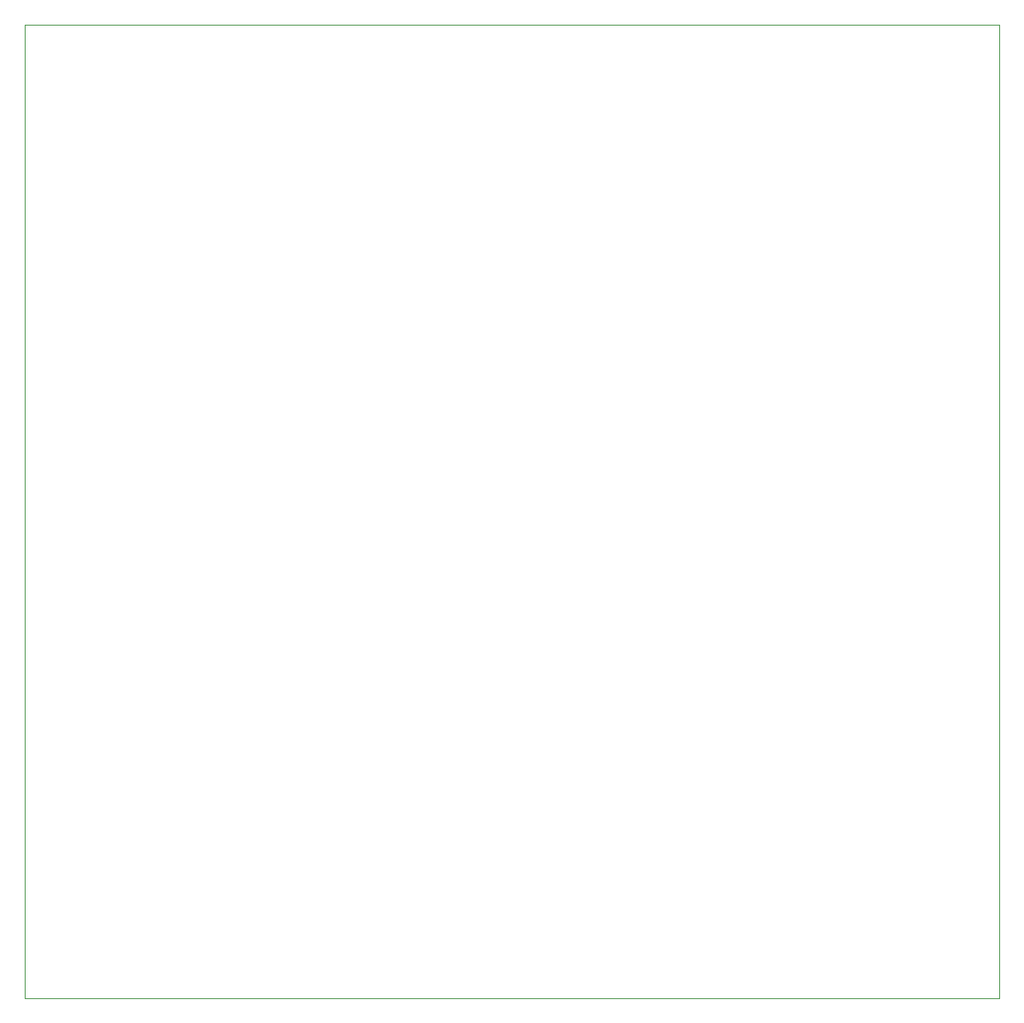
<source format=gbr>
%TF.GenerationSoftware,KiCad,Pcbnew,(6.0.5)*%
%TF.CreationDate,2022-06-03T20:05:36-07:00*%
%TF.ProjectId,big Wheel circuitboard,62696720-5768-4656-956c-206369726375,01*%
%TF.SameCoordinates,Original*%
%TF.FileFunction,Profile,NP*%
%FSLAX46Y46*%
G04 Gerber Fmt 4.6, Leading zero omitted, Abs format (unit mm)*
G04 Created by KiCad (PCBNEW (6.0.5)) date 2022-06-03 20:05:36*
%MOMM*%
%LPD*%
G01*
G04 APERTURE LIST*
%TA.AperFunction,Profile*%
%ADD10C,0.100000*%
%TD*%
G04 APERTURE END LIST*
D10*
X175300000Y-37000000D02*
X275300000Y-37000000D01*
X275300000Y-37000000D02*
X275300000Y-136900000D01*
X275300000Y-136900000D02*
X175300000Y-136900000D01*
X175300000Y-136900000D02*
X175300000Y-37000000D01*
M02*

</source>
